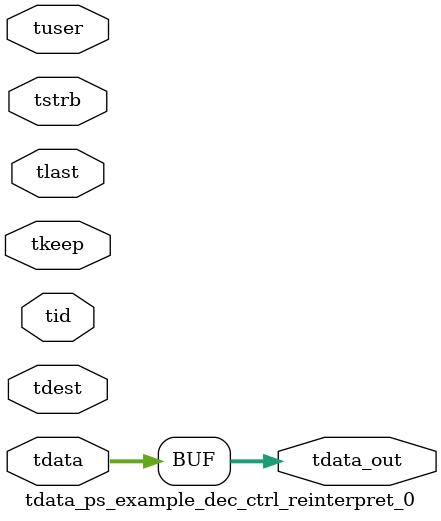
<source format=v>


`timescale 1ps/1ps

module tdata_ps_example_dec_ctrl_reinterpret_0 #
(
parameter C_S_AXIS_TDATA_WIDTH = 32,
parameter C_S_AXIS_TUSER_WIDTH = 0,
parameter C_S_AXIS_TID_WIDTH   = 0,
parameter C_S_AXIS_TDEST_WIDTH = 0,
parameter C_M_AXIS_TDATA_WIDTH = 32
)
(
input  [(C_S_AXIS_TDATA_WIDTH == 0 ? 1 : C_S_AXIS_TDATA_WIDTH)-1:0     ] tdata,
input  [(C_S_AXIS_TUSER_WIDTH == 0 ? 1 : C_S_AXIS_TUSER_WIDTH)-1:0     ] tuser,
input  [(C_S_AXIS_TID_WIDTH   == 0 ? 1 : C_S_AXIS_TID_WIDTH)-1:0       ] tid,
input  [(C_S_AXIS_TDEST_WIDTH == 0 ? 1 : C_S_AXIS_TDEST_WIDTH)-1:0     ] tdest,
input  [(C_S_AXIS_TDATA_WIDTH/8)-1:0 ] tkeep,
input  [(C_S_AXIS_TDATA_WIDTH/8)-1:0 ] tstrb,
input                                                                    tlast,
output [C_M_AXIS_TDATA_WIDTH-1:0] tdata_out
);

assign tdata_out = {tdata[31:0]};

endmodule


</source>
